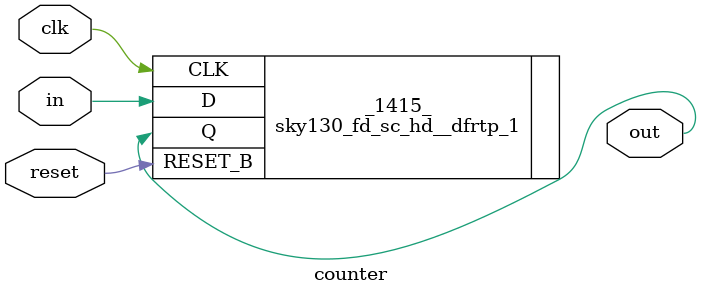
<source format=v>
/* Generated by Yosys 0.8+ */

(* hdlname = "\\counter" *)
(* top =  1  *)
(* src = "synthesis/tests/counter.v:16.1-32.10" *)
module counter(clk, reset, in, out);
  (* src = "synthesis/tests/counter.v:17.14-17.17" *)
  input clk;
  (* src = "synthesis/tests/counter.v:19.18-19.21" *)
  output out;
  (* src = "synthesis/tests/counter.v:18.14-18.19" *)
  input reset;
  input in;
  (* src = "synthesis/tests/counter.v:22.3-28.6" *)
  sky130_fd_sc_hd__dfrtp_1 _1415_ (
    .CLK(clk),
    .D(in),
    .Q(out),
    .RESET_B(reset)
  );
endmodule

</source>
